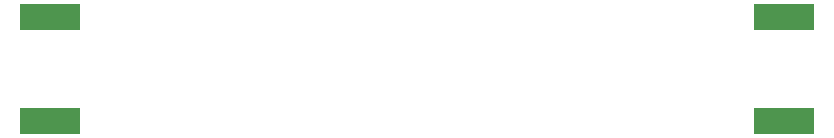
<source format=gbp>
G75*
%MOIN*%
%OFA0B0*%
%FSLAX25Y25*%
%IPPOS*%
%LPD*%
%AMOC8*
5,1,8,0,0,1.08239X$1,22.5*
%
%ADD10R,0.20000X0.09000*%
D10*
X0048606Y0064400D03*
X0048606Y0099200D03*
X0293406Y0099200D03*
X0293406Y0064400D03*
M02*

</source>
